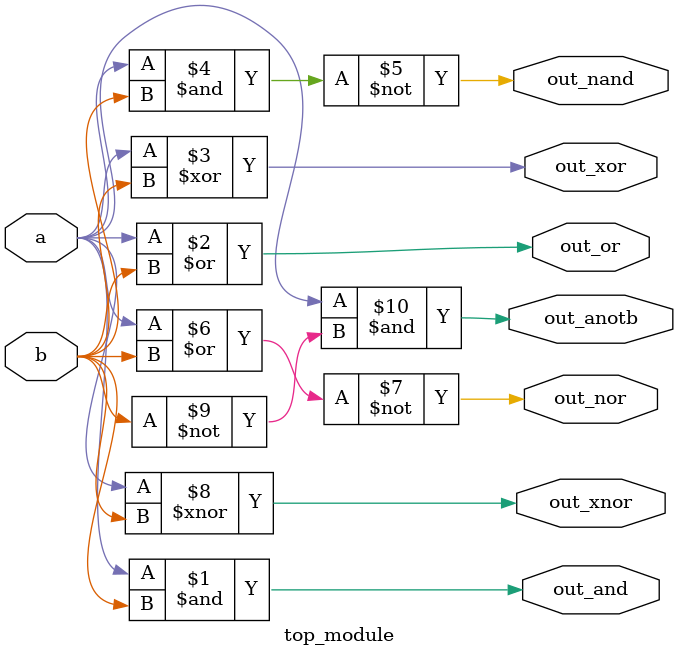
<source format=v>
module top_module( 
    input a, b,
    output out_and,
    output out_or,
    output out_xor,
    output out_nand,
    output out_nor,
    output out_xnor,
    output out_anotb
);
    assign out_and = a & b;
    assign out_or = a | b;
    assign out_xor = a^b;
    assign out_nand = ~(a & b);
    assign out_nor = ~(a | b);
    assign out_xnor = (a ~^ b);
    assign out_anotb = (a & ~b);
endmodule

</source>
